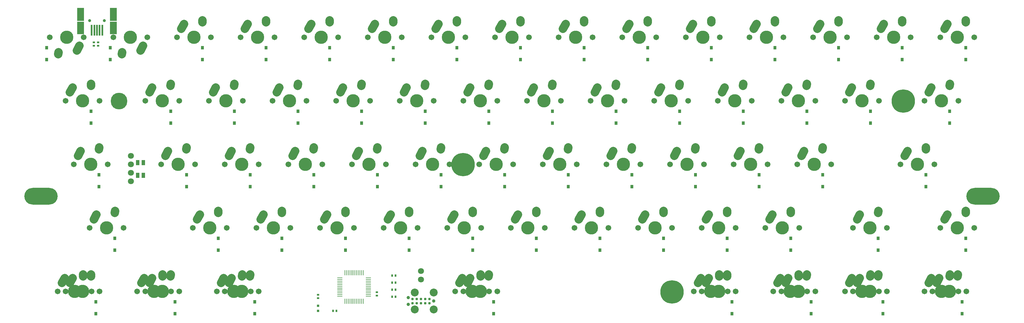
<source format=gbs>
G04 #@! TF.FileFunction,Soldermask,Bot*
%FSLAX46Y46*%
G04 Gerber Fmt 4.6, Leading zero omitted, Abs format (unit mm)*
G04 Created by KiCad (PCBNEW (2015-02-28 BZR 5464)-product) date 5/23/2015 8:14:39 PM*
%MOMM*%
G01*
G04 APERTURE LIST*
%ADD10C,0.150000*%
%ADD11R,0.600000X0.650000*%
%ADD12R,0.650000X0.600000*%
%ADD13R,0.797560X0.797560*%
%ADD14C,7.000240*%
%ADD15C,5.001260*%
%ADD16O,9.999980X5.001260*%
%ADD17C,1.800000*%
%ADD18C,0.787400*%
%ADD19C,0.990610*%
%ADD20C,2.374910*%
%ADD21C,3.987810*%
%ADD22C,1.701810*%
%ADD23C,2.500000*%
%ADD24R,1.100000X1.600000*%
%ADD25R,1.498600X0.248920*%
%ADD26R,0.248920X1.498600*%
%ADD27R,0.850900X1.000760*%
%ADD28R,2.050000X4.000000*%
%ADD29C,0.900000*%
%ADD30R,2.050000X3.700000*%
%ADD31R,0.500000X3.250000*%
G04 APERTURE END LIST*
D10*
D11*
X169900000Y-147400000D03*
X168900000Y-147400000D03*
X168900000Y-151600000D03*
X169900000Y-151600000D03*
X169900000Y-149500000D03*
X168900000Y-149500000D03*
D12*
X164338000Y-150249000D03*
X164338000Y-151249000D03*
D11*
X169900000Y-145300000D03*
X168900000Y-145300000D03*
D12*
X146668000Y-151038000D03*
X146668000Y-152038000D03*
D13*
X146668000Y-154344700D03*
X146668000Y-155843300D03*
D14*
X190109000Y-112029000D03*
X252689000Y-150221000D03*
X321940000Y-92920800D03*
D15*
X87109300Y-92920800D03*
D16*
X63748900Y-121521000D03*
X345831000Y-121521000D03*
D17*
X90606900Y-109365000D03*
X90606900Y-111905000D03*
X90606900Y-114445000D03*
X90606900Y-116985000D03*
D18*
X177546000Y-152273000D03*
X177546000Y-153543000D03*
X176276000Y-152273000D03*
X176276000Y-153543000D03*
X175006000Y-153543000D03*
X175006000Y-152273000D03*
X178816000Y-152273000D03*
X178816000Y-153543000D03*
X180086000Y-152273000D03*
X180086000Y-153543000D03*
D19*
X181356000Y-152908000D03*
X173736000Y-151892000D03*
X173736000Y-153924000D03*
D20*
X181356000Y-150368000D03*
X175641000Y-150368000D03*
X181356000Y-155448000D03*
X175641000Y-155448000D03*
D12*
X79565500Y-75350800D03*
X79565500Y-76350800D03*
X80825000Y-75350800D03*
X80825000Y-76350800D03*
D11*
X151178000Y-155856000D03*
X152178000Y-155856000D03*
D21*
X71437500Y-73818800D03*
D22*
X76517500Y-73818800D03*
X66357500Y-73818800D03*
D23*
X74437047Y-77818754D02*
X75247953Y-76358846D01*
X68897776Y-78898128D02*
X68937224Y-78319472D01*
D21*
X90487500Y-73818800D03*
D22*
X95567500Y-73818800D03*
X85407500Y-73818800D03*
D23*
X93487047Y-77818754D02*
X94297953Y-76358846D01*
X87947776Y-78898128D02*
X87987224Y-78319472D01*
D21*
X109538000Y-73820000D03*
D22*
X104458000Y-73820000D03*
X114618000Y-73820000D03*
D23*
X106538453Y-69820046D02*
X105727547Y-71279954D01*
X112077724Y-68740672D02*
X112038276Y-69319328D01*
D21*
X128588000Y-73820000D03*
D22*
X123508000Y-73820000D03*
X133668000Y-73820000D03*
D23*
X125588453Y-69820046D02*
X124777547Y-71279954D01*
X131127724Y-68740672D02*
X131088276Y-69319328D01*
D21*
X147638000Y-73820000D03*
D22*
X142558000Y-73820000D03*
X152718000Y-73820000D03*
D23*
X144638453Y-69820046D02*
X143827547Y-71279954D01*
X150177724Y-68740672D02*
X150138276Y-69319328D01*
D21*
X166688000Y-73820000D03*
D22*
X161608000Y-73820000D03*
X171768000Y-73820000D03*
D23*
X163688453Y-69820046D02*
X162877547Y-71279954D01*
X169227724Y-68740672D02*
X169188276Y-69319328D01*
D21*
X185738000Y-73820000D03*
D22*
X180658000Y-73820000D03*
X190818000Y-73820000D03*
D23*
X182738453Y-69820046D02*
X181927547Y-71279954D01*
X188277724Y-68740672D02*
X188238276Y-69319328D01*
D21*
X204788000Y-73820000D03*
D22*
X199708000Y-73820000D03*
X209868000Y-73820000D03*
D23*
X201788453Y-69820046D02*
X200977547Y-71279954D01*
X207327724Y-68740672D02*
X207288276Y-69319328D01*
D21*
X223838000Y-73820000D03*
D22*
X218758000Y-73820000D03*
X228918000Y-73820000D03*
D23*
X220838453Y-69820046D02*
X220027547Y-71279954D01*
X226377724Y-68740672D02*
X226338276Y-69319328D01*
D21*
X242888000Y-73820000D03*
D22*
X237808000Y-73820000D03*
X247968000Y-73820000D03*
D23*
X239888453Y-69820046D02*
X239077547Y-71279954D01*
X245427724Y-68740672D02*
X245388276Y-69319328D01*
D21*
X261938000Y-73820000D03*
D22*
X256858000Y-73820000D03*
X267018000Y-73820000D03*
D23*
X258938453Y-69820046D02*
X258127547Y-71279954D01*
X264477724Y-68740672D02*
X264438276Y-69319328D01*
D21*
X280988000Y-73820000D03*
D22*
X275908000Y-73820000D03*
X286068000Y-73820000D03*
D23*
X277988453Y-69820046D02*
X277177547Y-71279954D01*
X283527724Y-68740672D02*
X283488276Y-69319328D01*
D21*
X300038000Y-73820000D03*
D22*
X294958000Y-73820000D03*
X305118000Y-73820000D03*
D23*
X297038453Y-69820046D02*
X296227547Y-71279954D01*
X302577724Y-68740672D02*
X302538276Y-69319328D01*
D21*
X319088000Y-73820000D03*
D22*
X314008000Y-73820000D03*
X324168000Y-73820000D03*
D23*
X316088453Y-69820046D02*
X315277547Y-71279954D01*
X321627724Y-68740672D02*
X321588276Y-69319328D01*
D21*
X338138000Y-73820000D03*
D22*
X333058000Y-73820000D03*
X343218000Y-73820000D03*
D23*
X335138453Y-69820046D02*
X334327547Y-71279954D01*
X340677724Y-68740672D02*
X340638276Y-69319328D01*
D21*
X76200000Y-92870000D03*
D22*
X71120000Y-92870000D03*
X81280000Y-92870000D03*
D23*
X73200453Y-88870046D02*
X72389547Y-90329954D01*
X78739724Y-87790672D02*
X78700276Y-88369328D01*
D21*
X100012000Y-92870000D03*
D22*
X94932000Y-92870000D03*
X105092000Y-92870000D03*
D23*
X97012453Y-88870046D02*
X96201547Y-90329954D01*
X102551724Y-87790672D02*
X102512276Y-88369328D01*
D21*
X119062000Y-92870000D03*
D22*
X113982000Y-92870000D03*
X124142000Y-92870000D03*
D23*
X116062453Y-88870046D02*
X115251547Y-90329954D01*
X121601724Y-87790672D02*
X121562276Y-88369328D01*
D21*
X138112000Y-92870000D03*
D22*
X133032000Y-92870000D03*
X143192000Y-92870000D03*
D23*
X135112453Y-88870046D02*
X134301547Y-90329954D01*
X140651724Y-87790672D02*
X140612276Y-88369328D01*
D21*
X157162000Y-92870000D03*
D22*
X152082000Y-92870000D03*
X162242000Y-92870000D03*
D23*
X154162453Y-88870046D02*
X153351547Y-90329954D01*
X159701724Y-87790672D02*
X159662276Y-88369328D01*
D21*
X176212000Y-92870000D03*
D22*
X171132000Y-92870000D03*
X181292000Y-92870000D03*
D23*
X173212453Y-88870046D02*
X172401547Y-90329954D01*
X178751724Y-87790672D02*
X178712276Y-88369328D01*
D21*
X195262000Y-92870000D03*
D22*
X190182000Y-92870000D03*
X200342000Y-92870000D03*
D23*
X192262453Y-88870046D02*
X191451547Y-90329954D01*
X197801724Y-87790672D02*
X197762276Y-88369328D01*
D21*
X214312000Y-92870000D03*
D22*
X209232000Y-92870000D03*
X219392000Y-92870000D03*
D23*
X211312453Y-88870046D02*
X210501547Y-90329954D01*
X216851724Y-87790672D02*
X216812276Y-88369328D01*
D21*
X233362000Y-92870000D03*
D22*
X228282000Y-92870000D03*
X238442000Y-92870000D03*
D23*
X230362453Y-88870046D02*
X229551547Y-90329954D01*
X235901724Y-87790672D02*
X235862276Y-88369328D01*
D21*
X252412000Y-92870000D03*
D22*
X247332000Y-92870000D03*
X257492000Y-92870000D03*
D23*
X249412453Y-88870046D02*
X248601547Y-90329954D01*
X254951724Y-87790672D02*
X254912276Y-88369328D01*
D21*
X271462000Y-92870000D03*
D22*
X266382000Y-92870000D03*
X276542000Y-92870000D03*
D23*
X268462453Y-88870046D02*
X267651547Y-90329954D01*
X274001724Y-87790672D02*
X273962276Y-88369328D01*
D21*
X290512000Y-92870000D03*
D22*
X285432000Y-92870000D03*
X295592000Y-92870000D03*
D23*
X287512453Y-88870046D02*
X286701547Y-90329954D01*
X293051724Y-87790672D02*
X293012276Y-88369328D01*
D21*
X309562000Y-92870000D03*
D22*
X304482000Y-92870000D03*
X314642000Y-92870000D03*
D23*
X306562453Y-88870046D02*
X305751547Y-90329954D01*
X312101724Y-87790672D02*
X312062276Y-88369328D01*
D21*
X333375000Y-92868800D03*
D22*
X328295000Y-92868800D03*
X338455000Y-92868800D03*
D23*
X330375453Y-88868846D02*
X329564547Y-90328754D01*
X335914724Y-87789472D02*
X335875276Y-88368128D01*
D21*
X78582500Y-111920000D03*
D22*
X73502500Y-111920000D03*
X83662500Y-111920000D03*
D23*
X75582953Y-107920046D02*
X74772047Y-109379954D01*
X81122224Y-106840672D02*
X81082776Y-107419328D01*
D21*
X104775000Y-111920000D03*
D22*
X99695000Y-111920000D03*
X109855000Y-111920000D03*
D23*
X101775453Y-107920046D02*
X100964547Y-109379954D01*
X107314724Y-106840672D02*
X107275276Y-107419328D01*
D21*
X123825000Y-111920000D03*
D22*
X118745000Y-111920000D03*
X128905000Y-111920000D03*
D23*
X120825453Y-107920046D02*
X120014547Y-109379954D01*
X126364724Y-106840672D02*
X126325276Y-107419328D01*
D21*
X142875000Y-111920000D03*
D22*
X137795000Y-111920000D03*
X147955000Y-111920000D03*
D23*
X139875453Y-107920046D02*
X139064547Y-109379954D01*
X145414724Y-106840672D02*
X145375276Y-107419328D01*
D21*
X161925000Y-111920000D03*
D22*
X156845000Y-111920000D03*
X167005000Y-111920000D03*
D23*
X158925453Y-107920046D02*
X158114547Y-109379954D01*
X164464724Y-106840672D02*
X164425276Y-107419328D01*
D21*
X180975000Y-111920000D03*
D22*
X175895000Y-111920000D03*
X186055000Y-111920000D03*
D23*
X177975453Y-107920046D02*
X177164547Y-109379954D01*
X183514724Y-106840672D02*
X183475276Y-107419328D01*
D21*
X200025000Y-111920000D03*
D22*
X194945000Y-111920000D03*
X205105000Y-111920000D03*
D23*
X197025453Y-107920046D02*
X196214547Y-109379954D01*
X202564724Y-106840672D02*
X202525276Y-107419328D01*
D21*
X219075000Y-111920000D03*
D22*
X213995000Y-111920000D03*
X224155000Y-111920000D03*
D23*
X216075453Y-107920046D02*
X215264547Y-109379954D01*
X221614724Y-106840672D02*
X221575276Y-107419328D01*
D21*
X238125000Y-111920000D03*
D22*
X233045000Y-111920000D03*
X243205000Y-111920000D03*
D23*
X235125453Y-107920046D02*
X234314547Y-109379954D01*
X240664724Y-106840672D02*
X240625276Y-107419328D01*
D21*
X257175000Y-111920000D03*
D22*
X252095000Y-111920000D03*
X262255000Y-111920000D03*
D23*
X254175453Y-107920046D02*
X253364547Y-109379954D01*
X259714724Y-106840672D02*
X259675276Y-107419328D01*
D21*
X276225000Y-111920000D03*
D22*
X271145000Y-111920000D03*
X281305000Y-111920000D03*
D23*
X273225453Y-107920046D02*
X272414547Y-109379954D01*
X278764724Y-106840672D02*
X278725276Y-107419328D01*
D21*
X295275000Y-111920000D03*
D22*
X290195000Y-111920000D03*
X300355000Y-111920000D03*
D23*
X292275453Y-107920046D02*
X291464547Y-109379954D01*
X297814724Y-106840672D02*
X297775276Y-107419328D01*
D21*
X326231000Y-111919000D03*
D22*
X321151000Y-111919000D03*
X331311000Y-111919000D03*
D23*
X323231453Y-107919046D02*
X322420547Y-109378954D01*
X328770724Y-106839672D02*
X328731276Y-107418328D01*
D21*
X83343800Y-130969000D03*
D22*
X78263800Y-130969000D03*
X88423800Y-130969000D03*
D23*
X80344253Y-126969046D02*
X79533347Y-128428954D01*
X85883524Y-125889672D02*
X85844076Y-126468328D01*
D21*
X114300000Y-130970000D03*
D22*
X109220000Y-130970000D03*
X119380000Y-130970000D03*
D23*
X111300453Y-126970046D02*
X110489547Y-128429954D01*
X116839724Y-125890672D02*
X116800276Y-126469328D01*
D21*
X133350000Y-130970000D03*
D22*
X128270000Y-130970000D03*
X138430000Y-130970000D03*
D23*
X130350453Y-126970046D02*
X129539547Y-128429954D01*
X135889724Y-125890672D02*
X135850276Y-126469328D01*
D21*
X152400000Y-130970000D03*
D22*
X147320000Y-130970000D03*
X157480000Y-130970000D03*
D23*
X149400453Y-126970046D02*
X148589547Y-128429954D01*
X154939724Y-125890672D02*
X154900276Y-126469328D01*
D21*
X171450000Y-130970000D03*
D22*
X166370000Y-130970000D03*
X176530000Y-130970000D03*
D23*
X168450453Y-126970046D02*
X167639547Y-128429954D01*
X173989724Y-125890672D02*
X173950276Y-126469328D01*
D21*
X190500000Y-130970000D03*
D22*
X185420000Y-130970000D03*
X195580000Y-130970000D03*
D23*
X187500453Y-126970046D02*
X186689547Y-128429954D01*
X193039724Y-125890672D02*
X193000276Y-126469328D01*
D21*
X209550000Y-130970000D03*
D22*
X204470000Y-130970000D03*
X214630000Y-130970000D03*
D23*
X206550453Y-126970046D02*
X205739547Y-128429954D01*
X212089724Y-125890672D02*
X212050276Y-126469328D01*
D21*
X228600000Y-130970000D03*
D22*
X223520000Y-130970000D03*
X233680000Y-130970000D03*
D23*
X225600453Y-126970046D02*
X224789547Y-128429954D01*
X231139724Y-125890672D02*
X231100276Y-126469328D01*
D21*
X247650000Y-130970000D03*
D22*
X242570000Y-130970000D03*
X252730000Y-130970000D03*
D23*
X244650453Y-126970046D02*
X243839547Y-128429954D01*
X250189724Y-125890672D02*
X250150276Y-126469328D01*
D21*
X266700000Y-130970000D03*
D22*
X261620000Y-130970000D03*
X271780000Y-130970000D03*
D23*
X263700453Y-126970046D02*
X262889547Y-128429954D01*
X269239724Y-125890672D02*
X269200276Y-126469328D01*
D21*
X285750000Y-130970000D03*
D22*
X280670000Y-130970000D03*
X290830000Y-130970000D03*
D23*
X282750453Y-126970046D02*
X281939547Y-128429954D01*
X288289724Y-125890672D02*
X288250276Y-126469328D01*
D21*
X311944000Y-130969000D03*
D22*
X306864000Y-130969000D03*
X317024000Y-130969000D03*
D23*
X308944453Y-126969046D02*
X308133547Y-128428954D01*
X314483724Y-125889672D02*
X314444276Y-126468328D01*
D21*
X338138000Y-130969000D03*
D22*
X333058000Y-130969000D03*
X343218000Y-130969000D03*
D23*
X335138453Y-126969046D02*
X334327547Y-128428954D01*
X340677724Y-125889672D02*
X340638276Y-126468328D01*
D21*
X76200000Y-150019000D03*
D22*
X71120000Y-150019000D03*
X81280000Y-150019000D03*
D23*
X73200453Y-146019046D02*
X72389547Y-147478954D01*
X78739724Y-144939672D02*
X78700276Y-145518328D01*
D21*
X100012000Y-150019000D03*
D22*
X94932000Y-150019000D03*
X105092000Y-150019000D03*
D23*
X97012453Y-146019046D02*
X96201547Y-147478954D01*
X102551724Y-144939672D02*
X102512276Y-145518328D01*
D21*
X123824000Y-150019000D03*
D22*
X118744000Y-150019000D03*
X128904000Y-150019000D03*
D23*
X120824453Y-146019046D02*
X120013547Y-147478954D01*
X126363724Y-144939672D02*
X126324276Y-145518328D01*
D21*
X195262000Y-150019000D03*
D22*
X190182000Y-150019000D03*
X200342000Y-150019000D03*
D23*
X192262453Y-146019046D02*
X191451547Y-147478954D01*
X197801724Y-144939672D02*
X197762276Y-145518328D01*
D21*
X266700000Y-150019000D03*
D22*
X261620000Y-150019000D03*
X271780000Y-150019000D03*
D23*
X263700453Y-146019046D02*
X262889547Y-147478954D01*
X269239724Y-144939672D02*
X269200276Y-145518328D01*
D21*
X290512000Y-150019000D03*
D22*
X285432000Y-150019000D03*
X295592000Y-150019000D03*
D23*
X287512453Y-146019046D02*
X286701547Y-147478954D01*
X293051724Y-144939672D02*
X293012276Y-145518328D01*
D21*
X309562000Y-150019000D03*
D22*
X304482000Y-150019000D03*
X314642000Y-150019000D03*
D23*
X306562453Y-146019046D02*
X305751547Y-147478954D01*
X312101724Y-144939672D02*
X312062276Y-145518328D01*
D21*
X333375000Y-150019000D03*
D22*
X328295000Y-150019000D03*
X338455000Y-150019000D03*
D23*
X330375453Y-146019046D02*
X329564547Y-147478954D01*
X335914724Y-144939672D02*
X335875276Y-145518328D01*
D24*
X94409300Y-115248000D03*
X92708400Y-115248000D03*
X94409300Y-111448000D03*
X92707500Y-111448000D03*
D21*
X73831400Y-150019000D03*
D22*
X68751400Y-150019000D03*
X78911400Y-150019000D03*
D23*
X70831853Y-146019046D02*
X70020947Y-147478954D01*
X76371124Y-144939672D02*
X76331676Y-145518328D01*
D21*
X97631200Y-150019000D03*
D22*
X92551200Y-150019000D03*
X102711200Y-150019000D03*
D23*
X94631653Y-146019046D02*
X93820747Y-147478954D01*
X100170924Y-144939672D02*
X100131476Y-145518328D01*
D21*
X121444000Y-150019000D03*
D22*
X116364000Y-150019000D03*
X126524000Y-150019000D03*
D23*
X118444453Y-146019046D02*
X117633547Y-147478954D01*
X123983724Y-144939672D02*
X123944276Y-145518328D01*
D21*
X192875000Y-150019000D03*
D22*
X187795000Y-150019000D03*
X197955000Y-150019000D03*
D23*
X189875453Y-146019046D02*
X189064547Y-147478954D01*
X195414724Y-144939672D02*
X195375276Y-145518328D01*
D21*
X264306000Y-150019000D03*
D22*
X259226000Y-150019000D03*
X269386000Y-150019000D03*
D23*
X261306453Y-146019046D02*
X260495547Y-147478954D01*
X266845724Y-144939672D02*
X266806276Y-145518328D01*
D21*
X288119000Y-150019000D03*
D22*
X283039000Y-150019000D03*
X293199000Y-150019000D03*
D23*
X285119453Y-146019046D02*
X284308547Y-147478954D01*
X290658724Y-144939672D02*
X290619276Y-145518328D01*
D21*
X311931000Y-150019000D03*
D22*
X306851000Y-150019000D03*
X317011000Y-150019000D03*
D23*
X308931453Y-146019046D02*
X308120547Y-147478954D01*
X314470724Y-144939672D02*
X314431276Y-145518328D01*
D21*
X335744000Y-150019000D03*
D22*
X330664000Y-150019000D03*
X340824000Y-150019000D03*
D23*
X332744453Y-146019046D02*
X331933547Y-147478954D01*
X338283724Y-144939672D02*
X338244276Y-145518328D01*
D25*
X161777680Y-145968720D03*
X161777680Y-146469100D03*
X161777680Y-146969480D03*
X161777680Y-147467320D03*
X161777680Y-147967700D03*
X161777680Y-148468080D03*
X161777680Y-148965920D03*
X161777680Y-149466300D03*
X161777680Y-149966680D03*
X161777680Y-150464520D03*
X161777680Y-150964900D03*
X161777680Y-151465280D03*
D26*
X160228280Y-153014680D03*
X159727900Y-153014680D03*
X159227520Y-153014680D03*
X158729680Y-153014680D03*
X158229300Y-153014680D03*
X157728920Y-153014680D03*
X157231080Y-153014680D03*
X156730700Y-153014680D03*
X156230320Y-153014680D03*
X155732480Y-153014680D03*
X155232100Y-153014680D03*
X154731720Y-153014680D03*
D25*
X153182320Y-151465280D03*
X153182320Y-150964900D03*
X153182320Y-150464520D03*
X153182320Y-149966680D03*
X153182320Y-149466300D03*
X153182320Y-148965920D03*
X153182320Y-148468080D03*
X153182320Y-147967700D03*
X153182320Y-147467320D03*
X153182320Y-146969480D03*
X153182320Y-146469100D03*
X153182320Y-145968720D03*
D26*
X154731720Y-144419320D03*
X155232100Y-144419320D03*
X155732480Y-144419320D03*
X156230320Y-144419320D03*
X156730700Y-144419320D03*
X157231080Y-144419320D03*
X157728920Y-144419320D03*
X158229300Y-144419320D03*
X158729680Y-144419320D03*
X159227520Y-144419320D03*
X159727900Y-144419320D03*
X160228280Y-144419320D03*
D27*
X339598000Y-156692600D03*
X339598000Y-153192480D03*
X315849000Y-156692600D03*
X315849000Y-153192480D03*
X294386000Y-156692600D03*
X294386000Y-153192480D03*
X270637000Y-156692600D03*
X270637000Y-153192480D03*
X199263000Y-156692600D03*
X199263000Y-153192480D03*
X127762000Y-156692600D03*
X127762000Y-153192480D03*
X103886000Y-156692600D03*
X103886000Y-153192480D03*
X80137000Y-156692600D03*
X80137000Y-153192480D03*
X340638000Y-137642600D03*
X340638000Y-134142480D03*
X314444000Y-137642600D03*
X314444000Y-134142480D03*
X288290000Y-137642600D03*
X288290000Y-134142480D03*
X269240000Y-137642600D03*
X269240000Y-134142480D03*
X250190000Y-137642600D03*
X250190000Y-134142480D03*
X231140000Y-137642600D03*
X231140000Y-134142480D03*
X212090000Y-137642600D03*
X212090000Y-134142480D03*
X193040000Y-137642600D03*
X193040000Y-134142480D03*
X173990000Y-137642600D03*
X173990000Y-134142480D03*
X154940000Y-137642600D03*
X154940000Y-134142480D03*
X135890000Y-137642600D03*
X135890000Y-134142480D03*
X116840000Y-137642600D03*
X116840000Y-134142480D03*
X85843800Y-137642600D03*
X85843800Y-134142480D03*
X328731000Y-118592600D03*
X328731000Y-115092480D03*
X297815000Y-118592600D03*
X297815000Y-115092480D03*
X278765000Y-118592600D03*
X278765000Y-115092480D03*
X259715000Y-118592600D03*
X259715000Y-115092480D03*
X240665000Y-118592600D03*
X240665000Y-115092480D03*
X221615000Y-118592600D03*
X221615000Y-115092480D03*
X202565000Y-118592600D03*
X202565000Y-115092480D03*
X183515000Y-118592600D03*
X183515000Y-115092480D03*
X164465000Y-118592600D03*
X164465000Y-115092480D03*
X145415000Y-118592600D03*
X145415000Y-115092480D03*
X126365000Y-118592600D03*
X126365000Y-115092480D03*
X107315000Y-118592600D03*
X107315000Y-115092480D03*
X81082500Y-118592600D03*
X81082500Y-115092480D03*
X335875000Y-99542600D03*
X335875000Y-96042480D03*
X312102000Y-99542600D03*
X312102000Y-96042480D03*
X293052000Y-99542600D03*
X293052000Y-96042480D03*
X274002000Y-99542600D03*
X274002000Y-96042480D03*
X254952000Y-99542600D03*
X254952000Y-96042480D03*
X235902000Y-99542600D03*
X235902000Y-96042480D03*
X216852000Y-99542600D03*
X216852000Y-96042480D03*
X197802000Y-99542600D03*
X197802000Y-96042480D03*
X178752000Y-99542600D03*
X178752000Y-96042480D03*
X159702000Y-99542600D03*
X159702000Y-96042480D03*
X140652000Y-99542600D03*
X140652000Y-96042480D03*
X121602000Y-99542600D03*
X121602000Y-96042480D03*
X102552000Y-99542600D03*
X102552000Y-96042480D03*
X78740000Y-99542600D03*
X78740000Y-96042480D03*
X340678000Y-80492600D03*
X340678000Y-76992480D03*
X321628000Y-80492600D03*
X321628000Y-76992480D03*
X302578000Y-80492600D03*
X302578000Y-76992480D03*
X283528000Y-80492600D03*
X283528000Y-76992480D03*
X264478000Y-80492600D03*
X264478000Y-76992480D03*
X245428000Y-80492600D03*
X245428000Y-76992480D03*
X226378000Y-80492600D03*
X226378000Y-76992480D03*
X207328000Y-80492600D03*
X207328000Y-76992480D03*
X188278000Y-80492600D03*
X188278000Y-76992480D03*
X169228000Y-80492600D03*
X169228000Y-76992480D03*
X150178000Y-80492600D03*
X150178000Y-76992480D03*
X131128000Y-80492600D03*
X131128000Y-76992480D03*
X112078000Y-80492600D03*
X112078000Y-76992480D03*
X84455000Y-80492600D03*
X84455000Y-76992480D03*
X65405000Y-80492600D03*
X65405000Y-76992480D03*
D17*
X177546000Y-146431000D03*
X177546000Y-143891000D03*
D28*
X75565000Y-66928800D03*
X85415000Y-66928800D03*
D29*
X78290000Y-68828800D03*
X82690000Y-68828800D03*
D30*
X75565000Y-71028800D03*
X85415000Y-71028800D03*
D31*
X80490000Y-71678800D03*
X78890000Y-71678800D03*
X79690000Y-71678800D03*
X81290000Y-71678800D03*
X82090000Y-71678800D03*
M02*

</source>
